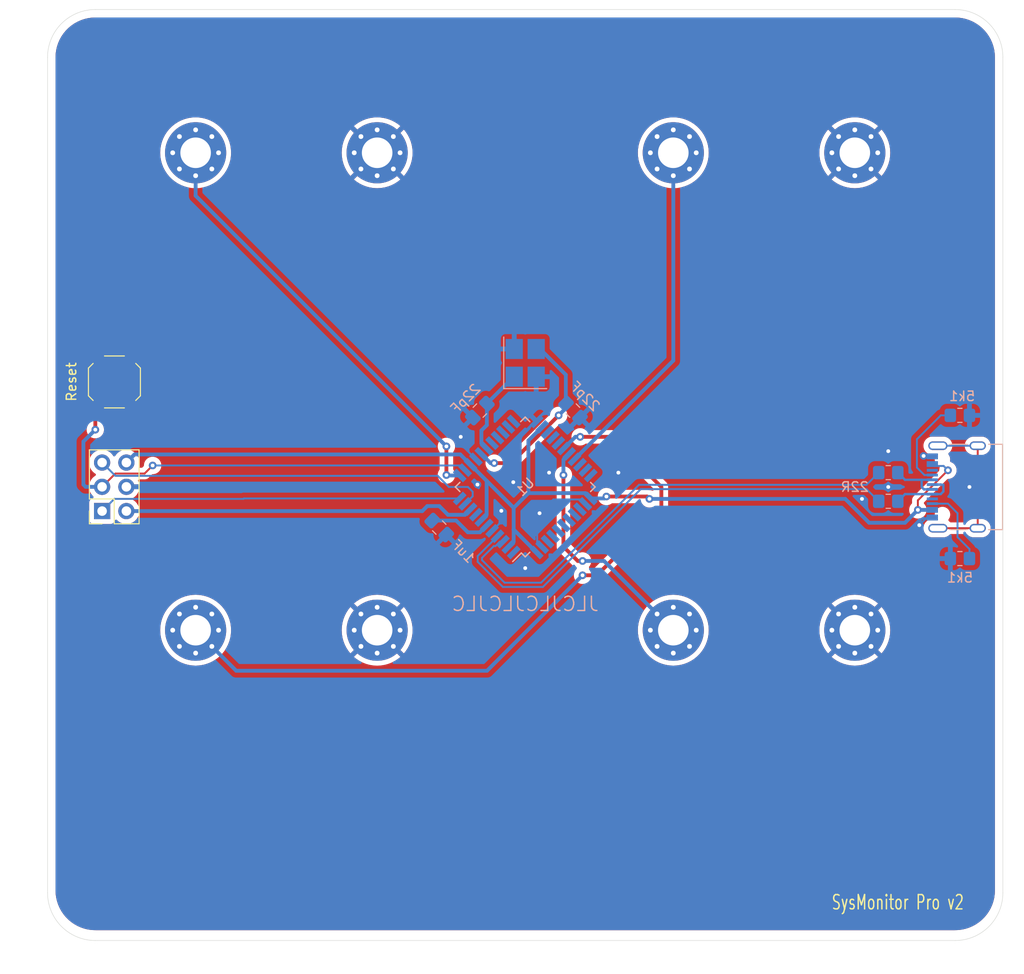
<source format=kicad_pcb>
(kicad_pcb (version 20211014) (generator pcbnew)
  (layers (0 "F.Cu" signal) (31 "B.Cu" signal) (34 "B.Paste" user) (35 "F.Paste" user) (36 "B.SilkS" user "B.Silkscreen") (37 "F.SilkS" user "F.Silkscreen") (38 "B.Mask" user) (39 "F.Mask" user) (44 "Edge.Cuts" user))
  (net 0 "")
  (net 1 "GNDREF")
  (net 4 "Net-(P1-PadB5)")
  (net 5 "Net-(P1-PadA5)")
  (net 6 "Net-(P1-PadA7)")
  (net 7 "Net-(P1-PadA6)")
  (net 8 "unconnected-(P1-PadS1)")
  (net 9 "Net-(C1-Pad1)")
  (net 10 "Net-(C2-Pad1)")
  (net 11 "Net-(C3-Pad1)")
  (net 32 "Net-(J9-Pad1)")
  (net 33 "Net-(J1-Pad1)")
  (net 34 "Net-(J2-Pad1)")
  (net 35 "Net-(J3-Pad1)")
  (net 36 "VTG")
  (net 37 "MOSI")
  (net 38 "RST")
  (net 39 "SCK")
  (net 40 "MISO")
  (net 41 "/D-")
  (net 42 "/D+")
  (footprint "Button_Switch_SMD:SW_SPST_SKQG_WithStem" (layer "F.Cu") (at 67 99 -90)
    (fp_text reference "SW1")
    (fp_text value "SW_Push")
    (fp_line (start 2.72 1.04) (end 2.72 -1.04) (layer "F.SilkS") (width 0.12))
    (fp_line (start -1.45 2.72) (end -1.94 2.23) (layer "F.SilkS") (width 0.12))
    (fp_line (start 1.45 2.72) (end 1.94 2.23) (layer "F.SilkS") (width 0.12))
    (fp_line (start 1.45 -2.72) (end 1.94 -2.23) (layer "F.SilkS") (width 0.12))
    (fp_line (start -1.45 -2.72) (end 1.45 -2.72) (layer "F.SilkS") (width 0.12))
    (fp_line (start -2.72 1.04) (end -2.72 -1.04) (layer "F.SilkS") (width 0.12))
    (fp_line (start -1.45 -2.72) (end -1.94 -2.23) (layer "F.SilkS") (width 0.12))
    (fp_line (start -1.45 2.72) (end 1.45 2.72) (layer "F.SilkS") (width 0.12))
    (pad "1" smd rect locked (at 3.1 -1.85 270) (size 1.8 1.1) (layers "F.Cu" "F.Paste" "F.Mask") (net 1 "GNDREF"))
    (pad "1" smd rect locked (at -3.1 -1.85 270) (size 1.8 1.1) (layers "F.Cu" "F.Paste" "F.Mask") (net 1 "GNDREF"))
    (pad "2" smd rect locked (at -3.1 1.85 270) (size 1.8 1.1) (layers "F.Cu" "F.Paste" "F.Mask") (net 38 "RST"))
    (pad "2" smd rect locked (at 3.1 1.85 270) (size 1.8 1.1) (layers "F.Cu" "F.Paste" "F.Mask") (net 38 "RST"))
  )
  (footprint "Connector_PinSocket_2.54mm:PinSocket_2x03_P2.54mm_Vertical" (layer "F.Cu") (at 65.71 112.525 180)
    (fp_text reference "J4")
    (fp_text value "Conn_02x03_Counter_Clockwise")
    (fp_line (start -3.87 6.41) (end 1.33 6.41) (layer "F.SilkS") (width 0.12))
    (fp_line (start 0 -1.33) (end 1.33 -1.33) (layer "F.SilkS") (width 0.12))
    (fp_line (start -3.87 -1.33) (end -1.27 -1.33) (layer "F.SilkS") (width 0.12))
    (fp_line (start 1.33 1.27) (end 1.33 6.41) (layer "F.SilkS") (width 0.12))
    (fp_line (start 1.33 -1.33) (end 1.33 0) (layer "F.SilkS") (width 0.12))
    (fp_line (start -3.87 -1.33) (end -3.87 6.41) (layer "F.SilkS") (width 0.12))
    (fp_line (start -1.27 -1.33) (end -1.27 1.27) (layer "F.SilkS") (width 0.12))
    (fp_line (start -1.27 1.27) (end 1.33 1.27) (layer "F.SilkS") (width 0.12))
    (pad "1" thru_hole rect locked (at 0 0 180) (size 1.7 1.7) (drill 1) (layers *.Cu *.Mask) (net 40 "MISO"))
    (pad "2" thru_hole oval locked (at -2.54 0 180) (size 1.7 1.7) (drill 1) (layers *.Cu *.Mask) (net 39 "SCK"))
    (pad "3" thru_hole oval locked (at 0 2.54 180) (size 1.7 1.7) (drill 1) (layers *.Cu *.Mask) (net 38 "RST"))
    (pad "4" thru_hole oval locked (at -2.54 2.54 180) (size 1.7 1.7) (drill 1) (layers *.Cu *.Mask) (net 1 "GNDREF"))
    (pad "5" thru_hole oval locked (at 0 5.08 180) (size 1.7 1.7) (drill 1) (layers *.Cu *.Mask) (net 37 "MOSI"))
    (pad "6" thru_hole oval locked (at -2.54 5.08 180) (size 1.7 1.7) (drill 1) (layers *.Cu *.Mask) (net 36 "VTG"))
  )
  (footprint "MountingHole:MountingHole_3.2mm_M3_Pad_Via" (layer "F.Cu") (at 94.5 125)
    (fp_text reference "J8")
    (fp_text value "V3-")
    (pad "1" thru_hole circle (at 0 0) (size 6.4 6.4) (drill 3.2) (layers *.Cu *.Mask) (net 1 "GNDREF"))
    (pad "1" thru_hole circle (at 0 -2.4) (size 0.8 0.8) (drill 0.5) (layers *.Cu *.Mask) (net 1 "GNDREF"))
    (pad "1" thru_hole circle (at 2.4 0) (size 0.8 0.8) (drill 0.5) (layers *.Cu *.Mask) (net 1 "GNDREF"))
    (pad "1" thru_hole circle (at 1.697056 -1.697056) (size 0.8 0.8) (drill 0.5) (layers *.Cu *.Mask) (net 1 "GNDREF"))
    (pad "1" thru_hole circle (at -1.697056 -1.697056) (size 0.8 0.8) (drill 0.5) (layers *.Cu *.Mask) (net 1 "GNDREF"))
    (pad "1" thru_hole circle (at 0 2.4) (size 0.8 0.8) (drill 0.5) (layers *.Cu *.Mask) (net 1 "GNDREF"))
    (pad "1" thru_hole circle (at 1.697056 1.697056) (size 0.8 0.8) (drill 0.5) (layers *.Cu *.Mask) (net 1 "GNDREF"))
    (pad "1" thru_hole circle (at -2.4 0) (size 0.8 0.8) (drill 0.5) (layers *.Cu *.Mask) (net 1 "GNDREF"))
    (pad "1" thru_hole circle (at -1.697056 1.697056) (size 0.8 0.8) (drill 0.5) (layers *.Cu *.Mask) (net 1 "GNDREF"))
  )
  (footprint "MountingHole:MountingHole_3.2mm_M3_Pad_Via" (layer "F.Cu") (at 75.5 125)
    (fp_text reference "J9")
    (fp_text value "V3+")
    (pad "1" thru_hole circle (at 0 -2.4) (size 0.8 0.8) (drill 0.5) (layers *.Cu *.Mask) (net 32 "Net-(J9-Pad1)"))
    (pad "1" thru_hole circle (at 1.697056 1.697056) (size 0.8 0.8) (drill 0.5) (layers *.Cu *.Mask) (net 32 "Net-(J9-Pad1)"))
    (pad "1" thru_hole circle (at 1.697056 -1.697056) (size 0.8 0.8) (drill 0.5) (layers *.Cu *.Mask) (net 32 "Net-(J9-Pad1)"))
    (pad "1" thru_hole circle (at 0 2.4) (size 0.8 0.8) (drill 0.5) (layers *.Cu *.Mask) (net 32 "Net-(J9-Pad1)"))
    (pad "1" thru_hole circle (at 0 0) (size 6.4 6.4) (drill 3.2) (layers *.Cu *.Mask) (net 32 "Net-(J9-Pad1)"))
    (pad "1" thru_hole circle (at 2.4 0) (size 0.8 0.8) (drill 0.5) (layers *.Cu *.Mask) (net 32 "Net-(J9-Pad1)"))
    (pad "1" thru_hole circle (at -2.4 0) (size 0.8 0.8) (drill 0.5) (layers *.Cu *.Mask) (net 32 "Net-(J9-Pad1)"))
    (pad "1" thru_hole circle (at -1.697056 -1.697056) (size 0.8 0.8) (drill 0.5) (layers *.Cu *.Mask) (net 32 "Net-(J9-Pad1)"))
    (pad "1" thru_hole circle (at -1.697056 1.697056) (size 0.8 0.8) (drill 0.5) (layers *.Cu *.Mask) (net 32 "Net-(J9-Pad1)"))
  )
  (footprint "Package_QFP:TQFP-44_10x10mm_P0.8mm" (layer "B.Cu") (at 110 110 45)
    (fp_text reference "U1" (at 0 0 45) (layer "B.SilkS") (effects (justify mirror)))
    (fp_text value "ATmega32U4-AU")
    (fp_line (start -5.175 -5.175) (end -5.175 -4.5) (layer "B.SilkS") (width 0.15))
    (fp_line (start -5.175 5.175) (end -4.5 5.175) (layer "B.SilkS") (width 0.15))
    (fp_line (start -5.175 5.175) (end -5.175 4.6) (layer "B.SilkS") (width 0.15))
    (fp_line (start 5.175 5.175) (end 4.5 5.175) (layer "B.SilkS") (width 0.15))
    (fp_line (start 5.175 -5.175) (end 5.175 -4.5) (layer "B.SilkS") (width 0.15))
    (fp_line (start -5.175 -5.175) (end -4.5 -5.175) (layer "B.SilkS") (width 0.15))
    (fp_line (start 5.175 -5.175) (end 4.5 -5.175) (layer "B.SilkS") (width 0.15))
    (fp_line (start -5.175 4.6) (end -6.45 4.6) (layer "B.SilkS") (width 0.15))
    (fp_line (start 5.175 5.175) (end 5.175 4.5) (layer "B.SilkS") (width 0.15))
    (pad "1" smd rect locked (at -5.7 4 45) (size 1.5 0.55) (layers "B.Cu" "B.Paste" "B.Mask"))
    (pad "2" smd rect locked (at -5.7 3.2 45) (size 1.5 0.55) (layers "B.Cu" "B.Paste" "B.Mask") (net 36 "VTG"))
    (pad "3" smd rect locked (at -5.7 2.4 45) (size 1.5 0.55) (layers "B.Cu" "B.Paste" "B.Mask") (net 41 "/D-"))
    (pad "4" smd rect locked (at -5.7 1.6 45) (size 1.5 0.55) (layers "B.Cu" "B.Paste" "B.Mask") (net 42 "/D+"))
    (pad "5" smd rect locked (at -5.7 0.8 45) (size 1.5 0.55) (layers "B.Cu" "B.Paste" "B.Mask") (net 1 "GNDREF"))
    (pad "6" smd rect locked (at -5.7 0 45) (size 1.5 0.55) (layers "B.Cu" "B.Paste" "B.Mask") (net 11 "Net-(C3-Pad1)"))
    (pad "7" smd rect locked (at -5.7 -0.8 45) (size 1.5 0.55) (layers "B.Cu" "B.Paste" "B.Mask") (net 36 "VTG"))
    (pad "8" smd rect locked (at -5.7 -1.6 45) (size 1.5 0.55) (layers "B.Cu" "B.Paste" "B.Mask"))
    (pad "9" smd rect locked (at -5.7 -2.4 45) (size 1.5 0.55) (layers "B.Cu" "B.Paste" "B.Mask") (net 39 "SCK"))
    (pad "10" smd rect locked (at -5.7 -3.2 45) (size 1.5 0.55) (layers "B.Cu" "B.Paste" "B.Mask") (net 37 "MOSI"))
    (pad "11" smd rect locked (at -5.7 -4 45) (size 1.5 0.55) (layers "B.Cu" "B.Paste" "B.Mask") (net 40 "MISO"))
    (pad "12" smd rect locked (at -4 -5.7 315) (size 1.5 0.55) (layers "B.Cu" "B.Paste" "B.Mask") (net 35 "Net-(J3-Pad1)"))
    (pad "13" smd rect locked (at -3.2 -5.7 315) (size 1.5 0.55) (layers "B.Cu" "B.Paste" "B.Mask") (net 38 "RST"))
    (pad "14" smd rect locked (at -2.4 -5.7 315) (size 1.5 0.55) (layers "B.Cu" "B.Paste" "B.Mask") (net 36 "VTG"))
    (pad "15" smd rect locked (at -1.6 -5.7 315) (size 1.5 0.55) (layers "B.Cu" "B.Paste" "B.Mask") (net 1 "GNDREF"))
    (pad "16" smd rect locked (at -0.8 -5.7 315) (size 1.5 0.55) (layers "B.Cu" "B.Paste" "B.Mask") (net 10 "Net-(C2-Pad1)"))
    (pad "17" smd rect locked (at 0 -5.7 315) (size 1.5 0.55) (layers "B.Cu" "B.Paste" "B.Mask") (net 9 "Net-(C1-Pad1)"))
    (pad "18" smd rect locked (at 0.8 -5.7 315) (size 1.5 0.55) (layers "B.Cu" "B.Paste" "B.Mask"))
    (pad "19" smd rect locked (at 1.6 -5.7 315) (size 1.5 0.55) (layers "B.Cu" "B.Paste" "B.Mask"))
    (pad "20" smd rect locked (at 2.4 -5.7 315) (size 1.5 0.55) (layers "B.Cu" "B.Paste" "B.Mask"))
    (pad "21" smd rect locked (at 3.2 -5.7 315) (size 1.5 0.55) (layers "B.Cu" "B.Paste" "B.Mask"))
    (pad "22" smd rect locked (at 4 -5.7 315) (size 1.5 0.55) (layers "B.Cu" "B.Paste" "B.Mask"))
    (pad "23" smd rect locked (at 5.7 -4 45) (size 1.5 0.55) (layers "B.Cu" "B.Paste" "B.Mask") (net 1 "GNDREF"))
    (pad "24" smd rect locked (at 5.7 -3.2 45) (size 1.5 0.55) (layers "B.Cu" "B.Paste" "B.Mask") (net 36 "VTG"))
    (pad "25" smd rect locked (at 5.7 -2.4 45) (size 1.5 0.55) (layers "B.Cu" "B.Paste" "B.Mask"))
    (pad "26" smd rect locked (at 5.7 -1.6 45) (size 1.5 0.55) (layers "B.Cu" "B.Paste" "B.Mask"))
    (pad "27" smd rect locked (at 5.7 -0.8 45) (size 1.5 0.55) (layers "B.Cu" "B.Paste" "B.Mask"))
    (pad "28" smd rect locked (at 5.7 0 45) (size 1.5 0.55) (layers "B.Cu" "B.Paste" "B.Mask") (net 32 "Net-(J9-Pad1)"))
    (pad "29" smd rect locked (at 5.7 0.8 45) (size 1.5 0.55) (layers "B.Cu" "B.Paste" "B.Mask") (net 33 "Net-(J1-Pad1)"))
    (pad "30" smd rect locked (at 5.7 1.6 45) (size 1.5 0.55) (layers "B.Cu" "B.Paste" "B.Mask") (net 34 "Net-(J2-Pad1)"))
    (pad "31" smd rect locked (at 5.7 2.4 45) (size 1.5 0.55) (layers "B.Cu" "B.Paste" "B.Mask"))
    (pad "32" smd rect locked (at 5.7 3.2 45) (size 1.5 0.55) (layers "B.Cu" "B.Paste" "B.Mask"))
    (pad "33" smd rect locked (at 5.7 4 45) (size 1.5 0.55) (layers "B.Cu" "B.Paste" "B.Mask"))
    (pad "34" smd rect locked (at 4 5.7 315) (size 1.5 0.55) (layers "B.Cu" "B.Paste" "B.Mask") (net 36 "VTG"))
    (pad "35" smd rect locked (at 3.2 5.7 315) (size 1.5 0.55) (layers "B.Cu" "B.Paste" "B.Mask") (net 1 "GNDREF"))
    (pad "36" smd rect locked (at 2.4 5.7 315) (size 1.5 0.55) (layers "B.Cu" "B.Paste" "B.Mask"))
    (pad "37" smd rect locked (at 1.6 5.7 315) (size 1.5 0.55) (layers "B.Cu" "B.Paste" "B.Mask"))
    (pad "38" smd rect locked (at 0.8 5.7 315) (size 1.5 0.55) (layers "B.Cu" "B.Paste" "B.Mask"))
    (pad "39" smd rect locked (at 0 5.7 315) (size 1.5 0.55) (layers "B.Cu" "B.Paste" "B.Mask"))
    (pad "40" smd rect locked (at -0.8 5.7 315) (size 1.5 0.55) (layers "B.Cu" "B.Paste" "B.Mask"))
    (pad "41" smd rect locked (at -1.6 5.7 315) (size 1.5 0.55) (layers "B.Cu" "B.Paste" "B.Mask"))
    (pad "42" smd rect locked (at -2.4 5.7 315) (size 1.5 0.55) (layers "B.Cu" "B.Paste" "B.Mask"))
    (pad "43" smd rect locked (at -3.2 5.7 315) (size 1.5 0.55) (layers "B.Cu" "B.Paste" "B.Mask") (net 1 "GNDREF"))
    (pad "44" smd rect locked (at -4 5.7 315) (size 1.5 0.55) (layers "B.Cu" "B.Paste" "B.Mask") (net 36 "VTG"))
  )
  (footprint "Connector_USB:USB_C_Receptacle_Palconn_UTC16-G" (layer "B.Cu") (at 155.125 110 -90)
    (fp_text reference "P1")
    (fp_text value "USB_C_Plug_USB2.0")
    (fp_line (start -4.47 0.67) (end -4.47 -1.13) (layer "B.SilkS") (width 0.12))
    (fp_line (start 4.47 -4.84) (end 4.47 -3.38) (layer "B.SilkS") (width 0.12))
    (fp_line (start 4.47 -4.84) (end -4.47 -4.84) (layer "B.SilkS") (width 0.12))
    (fp_line (start 4.47 0.67) (end 4.47 -1.13) (layer "B.SilkS") (width 0.12))
    (fp_line (start -4.47 -4.84) (end -4.47 -3.38) (layer "B.SilkS") (width 0.12))
    (pad "" np_thru_hole circle locked (at 2.89 1.45 90) (size 0.6 0.6) (drill 0.6) (layers *.Cu *.Mask))
    (pad "" np_thru_hole circle locked (at -2.89 1.45 90) (size 0.6 0.6) (drill 0.6) (layers *.Cu *.Mask))
    (pad "A1" smd rect locked (at -3.2 2.51 270) (size 0.6 1.16) (layers "B.Cu" "B.Paste" "B.Mask") (net 1 "GNDREF"))
    (pad "A4" smd rect locked (at -2.4 2.51 270) (size 0.6 1.16) (layers "B.Cu" "B.Paste" "B.Mask") (net 36 "VTG"))
    (pad "A5" smd rect locked (at -1.25 2.51 90) (size 0.3 1.16) (layers "B.Cu" "B.Paste" "B.Mask") (net 5 "Net-(P1-PadA5)"))
    (pad "A6" smd rect locked (at -0.25 2.51 90) (size 0.3 1.16) (layers "B.Cu" "B.Paste" "B.Mask") (net 7 "Net-(P1-PadA6)"))
    (pad "A7" smd rect locked (at 0.25 2.51 90) (size 0.3 1.16) (layers "B.Cu" "B.Paste" "B.Mask") (net 6 "Net-(P1-PadA7)"))
    (pad "A8" smd rect locked (at 1.25 2.51 90) (size 0.3 1.16) (layers "B.Cu" "B.Paste" "B.Mask"))
    (pad "A9" smd rect locked (at 2.4 2.51 270) (size 0.6 1.16) (layers "B.Cu" "B.Paste" "B.Mask") (net 36 "VTG"))
    (pad "A12" smd rect locked (at 3.2 2.51 270) (size 0.6 1.16) (layers "B.Cu" "B.Paste" "B.Mask") (net 1 "GNDREF"))
    (pad "B1" smd rect locked (at 3.2 2.51 270) (size 0.6 1.16) (layers "B.Cu" "B.Paste" "B.Mask") (net 1 "GNDREF"))
    (pad "B4" smd rect locked (at 2.4 2.51 270) (size 0.6 1.16) (layers "B.Cu" "B.Paste" "B.Mask") (net 36 "VTG"))
    (pad "B5" smd rect locked (at 1.75 2.51 90) (size 0.3 1.16) (layers "B.Cu" "B.Paste" "B.Mask") (net 4 "Net-(P1-PadB5)"))
    (pad "B6" smd rect locked (at 0.75 2.51 90) (size 0.3 1.16) (layers "B.Cu" "B.Paste" "B.Mask") (net 7 "Net-(P1-PadA6)"))
    (pad "B7" smd rect locked (at -0.75 2.51 90) (size 0.3 1.16) (layers "B.Cu" "B.Paste" "B.Mask") (net 6 "Net-(P1-PadA7)"))
    (pad "B8" smd rect locked (at -1.75 2.51 90) (size 0.3 1.16) (layers "B.Cu" "B.Paste" "B.Mask"))
    (pad "B9" smd rect locked (at -2.4 2.51 270) (size 0.6 1.16) (layers "B.Cu" "B.Paste" "B.Mask") (net 36 "VTG"))
    (pad "B12" smd rect locked (at -3.2 2.51 270) (size 0.6 1.16) (layers "B.Cu" "B.Paste" "B.Mask") (net 1 "GNDREF"))
    (pad "S1" thru_hole oval locked (at 4.32 1.93 180) (size 2 0.9) (drill oval 1.7 0.6) (layers *.Cu *.Mask) (net 8 "unconnected-(P1-PadS1)"))
    (pad "S1" thru_hole oval locked (at -4.32 1.93 180) (size 2 0.9) (drill oval 1.7 0.6) (layers *.Cu *.Mask) (net 8 "unconnected-(P1-PadS1)"))
    (pad "S1" thru_hole oval locked (at 4.32 -2.24 180) (size 1.7 0.9) (drill oval 1.4 0.6) (layers *.Cu *.Mask) (net 8 "unconnected-(P1-PadS1)"))
    (pad "S1" thru_hole oval locked (at -4.32 -2.24 180) (size 1.7 0.9) (drill oval 1.4 0.6) (layers *.Cu *.Mask) (net 8 "unconnected-(P1-PadS1)"))
  )
  (footprint "Capacitor_SMD:C_0805_2012Metric_Pad1.18x1.45mm_HandSolder" (layer "B.Cu") (at 105.25 102 -135)
    (fp_text reference "C1")
    (fp_text value "22p")
    (fp_line (start -0.261252 -0.735) (end 0.261252 -0.735) (layer "B.SilkS") (width 0.12))
    (fp_line (start -0.261252 0.735) (end 0.261252 0.735) (layer "B.SilkS") (width 0.12))
    (pad "1" smd roundrect locked (at -1.0375 0 225) (size 1.175 1.45) (layers "B.Cu" "B.Paste" "B.Mask") (roundrect_rratio 0.2127659574) (net 9 "Net-(C1-Pad1)"))
    (pad "2" smd roundrect locked (at 1.0375 0 225) (size 1.175 1.45) (layers "B.Cu" "B.Paste" "B.Mask") (roundrect_rratio 0.2127659574) (net 1 "GNDREF"))
  )
  (footprint "Capacitor_SMD:C_0805_2012Metric_Pad1.18x1.45mm_HandSolder" (layer "B.Cu") (at 115 102 -45)
    (fp_text reference "C2")
    (fp_text value "22p")
    (fp_line (start -0.261252 -0.735) (end 0.261252 -0.735) (layer "B.SilkS") (width 0.12))
    (fp_line (start -0.261252 0.735) (end 0.261252 0.735) (layer "B.SilkS") (width 0.12))
    (pad "1" smd roundrect locked (at -1.0375 0 315) (size 1.175 1.45) (layers "B.Cu" "B.Paste" "B.Mask") (roundrect_rratio 0.2127659574) (net 10 "Net-(C2-Pad1)"))
    (pad "2" smd roundrect locked (at 1.0375 0 315) (size 1.175 1.45) (layers "B.Cu" "B.Paste" "B.Mask") (roundrect_rratio 0.2127659574) (net 1 "GNDREF"))
  )
  (footprint "Capacitor_SMD:C_0805_2012Metric_Pad1.18x1.45mm_HandSolder" (layer "B.Cu") (at 101 114.25 -45)
    (fp_text reference "C3")
    (fp_text value "1u")
    (fp_line (start -0.261252 -0.735) (end 0.261252 -0.735) (layer "B.SilkS") (width 0.12))
    (fp_line (start -0.261252 0.735) (end 0.261252 0.735) (layer "B.SilkS") (width 0.12))
    (pad "1" smd roundrect locked (at -1.0375 0 315) (size 1.175 1.45) (layers "B.Cu" "B.Paste" "B.Mask") (roundrect_rratio 0.2127659574) (net 11 "Net-(C3-Pad1)"))
    (pad "2" smd roundrect locked (at 1.0375 0 315) (size 1.175 1.45) (layers "B.Cu" "B.Paste" "B.Mask") (roundrect_rratio 0.2127659574) (net 1 "GNDREF"))
  )
  (footprint "MountingHole:MountingHole_3.2mm_M3_Pad_Via" (layer "B.Cu") (at 125.5 125 180)
    (fp_text reference "J1")
    (fp_text value "V0+")
    (pad "1" thru_hole circle (at 1.697056 1.697056 180) (size 0.8 0.8) (drill 0.5) (layers *.Cu *.Mask) (net 33 "Net-(J1-Pad1)"))
    (pad "1" thru_hole circle (at -1.697056 1.697056 180) (size 0.8 0.8) (drill 0.5) (layers *.Cu *.Mask) (net 33 "Net-(J1-Pad1)"))
    (pad "1" thru_hole circle (at 1.697056 -1.697056 180) (size 0.8 0.8) (drill 0.5) (layers *.Cu *.Mask) (net 33 "Net-(J1-Pad1)"))
    (pad "1" thru_hole circle (at -2.4 0 180) (size 0.8 0.8) (drill 0.5) (layers *.Cu *.Mask) (net 33 "Net-(J1-Pad1)"))
    (pad "1" thru_hole circle (at -1.697056 -1.697056 180) (size 0.8 0.8) (drill 0.5) (layers *.Cu *.Mask) (net 33 "Net-(J1-Pad1)"))
    (pad "1" thru_hole circle (at 0 2.4 180) (size 0.8 0.8) (drill 0.5) (layers *.Cu *.Mask) (net 33 "Net-(J1-Pad1)"))
    (pad "1" thru_hole circle (at 2.4 0 180) (size 0.8 0.8) (drill 0.5) (layers *.Cu *.Mask) (net 33 "Net-(J1-Pad1)"))
    (pad "1" thru_hole circle (at 0 0 180) (size 6.4 6.4) (drill 3.2) (layers *.Cu *.Mask) (net 33 "Net-(J1-Pad1)"))
    (pad "1" thru_hole circle (at 0 -2.4 180) (size 0.8 0.8) (drill 0.5) (layers *.Cu *.Mask) (net 33 "Net-(J1-Pad1)"))
  )
  (footprint "MountingHole:MountingHole_3.2mm_M3_Pad_Via" (layer "B.Cu") (at 125.5 75 180)
    (fp_text reference "J2")
    (fp_text value "V1+")
    (pad "1" thru_hole circle (at -1.697056 -1.697056 180) (size 0.8 0.8) (drill 0.5) (layers *.Cu *.Mask) (net 34 "Net-(J2-Pad1)"))
    (pad "1" thru_hole circle (at -1.697056 1.697056 180) (size 0.8 0.8) (drill 0.5) (layers *.Cu *.Mask) (net 34 "Net-(J2-Pad1)"))
    (pad "1" thru_hole circle (at -2.4 0 180) (size 0.8 0.8) (drill 0.5) (layers *.Cu *.Mask) (net 34 "Net-(J2-Pad1)"))
    (pad "1" thru_hole circle (at 0 2.4 180) (size 0.8 0.8) (drill 0.5) (layers *.Cu *.Mask) (net 34 "Net-(J2-Pad1)"))
    (pad "1" thru_hole circle (at 0 -2.4 180) (size 0.8 0.8) (drill 0.5) (layers *.Cu *.Mask) (net 34 "Net-(J2-Pad1)"))
    (pad "1" thru_hole circle (at 1.697056 1.697056 180) (size 0.8 0.8) (drill 0.5) (layers *.Cu *.Mask) (net 34 "Net-(J2-Pad1)"))
    (pad "1" thru_hole circle (at 2.4 0 180) (size 0.8 0.8) (drill 0.5) (layers *.Cu *.Mask) (net 34 "Net-(J2-Pad1)"))
    (pad "1" thru_hole circle (at 1.697056 -1.697056 180) (size 0.8 0.8) (drill 0.5) (layers *.Cu *.Mask) (net 34 "Net-(J2-Pad1)"))
    (pad "1" thru_hole circle (at 0 0 180) (size 6.4 6.4) (drill 3.2) (layers *.Cu *.Mask) (net 34 "Net-(J2-Pad1)"))
  )
  (footprint "MountingHole:MountingHole_3.2mm_M3_Pad_Via" (layer "B.Cu") (at 75.5 75 180)
    (fp_text reference "J3")
    (fp_text value "V2+")
    (pad "1" thru_hole circle (at 0 2.4 180) (size 0.8 0.8) (drill 0.5) (layers *.Cu *.Mask) (net 35 "Net-(J3-Pad1)"))
    (pad "1" thru_hole circle (at -1.697056 -1.697056 180) (size 0.8 0.8) (drill 0.5) (layers *.Cu *.Mask) (net 35 "Net-(J3-Pad1)"))
    (pad "1" thru_hole circle (at 0 0 180) (size 6.4 6.4) (drill 3.2) (layers *.Cu *.Mask) (net 35 "Net-(J3-Pad1)"))
    (pad "1" thru_hole circle (at -1.697056 1.697056 180) (size 0.8 0.8) (drill 0.5) (layers *.Cu *.Mask) (net 35 "Net-(J3-Pad1)"))
    (pad "1" thru_hole circle (at -2.4 0 180) (size 0.8 0.8) (drill 0.5) (layers *.Cu *.Mask) (net 35 "Net-(J3-Pad1)"))
    (pad "1" thru_hole circle (at 0 -2.4 180) (size 0.8 0.8) (drill 0.5) (layers *.Cu *.Mask) (net 35 "Net-(J3-Pad1)"))
    (pad "1" thru_hole circle (at 1.697056 -1.697056 180) (size 0.8 0.8) (drill 0.5) (layers *.Cu *.Mask) (net 35 "Net-(J3-Pad1)"))
    (pad "1" thru_hole circle (at 1.697056 1.697056 180) (size 0.8 0.8) (drill 0.5) (layers *.Cu *.Mask) (net 35 "Net-(J3-Pad1)"))
    (pad "1" thru_hole circle (at 2.4 0 180) (size 0.8 0.8) (drill 0.5) (layers *.Cu *.Mask) (net 35 "Net-(J3-Pad1)"))
  )
  (footprint "MountingHole:MountingHole_3.2mm_M3_Pad_Via" (layer "B.Cu") (at 144.5 125 180)
    (fp_text reference "J5")
    (fp_text value "V0-")
    (pad "1" thru_hole circle (at -1.697056 1.697056 180) (size 0.8 0.8) (drill 0.5) (layers *.Cu *.Mask) (net 1 "GNDREF"))
    (pad "1" thru_hole circle (at 2.4 0 180) (size 0.8 0.8) (drill 0.5) (layers *.Cu *.Mask) (net 1 "GNDREF"))
    (pad "1" thru_hole circle (at 0 -2.4 180) (size 0.8 0.8) (drill 0.5) (layers *.Cu *.Mask) (net 1 "GNDREF"))
    (pad "1" thru_hole circle (at 1.697056 -1.697056 180) (size 0.8 0.8) (drill 0.5) (layers *.Cu *.Mask) (net 1 "GNDREF"))
    (pad "1" thru_hole circle (at -2.4 0 180) (size 0.8 0.8) (drill 0.5) (layers *.Cu *.Mask) (net 1 "GNDREF"))
    (pad "1" thru_hole circle (at 1.697056 1.697056 180) (size 0.8 0.8) (drill 0.5) (layers *.Cu *.Mask) (net 1 "GNDREF"))
    (pad "1" thru_hole circle (at 0 2.4 180) (size 0.8 0.8) (drill 0.5) (layers *.Cu *.Mask) (net 1 "GNDREF"))
    (pad "1" thru_hole circle (at 0 0 180) (size 6.4 6.4) (drill 3.2) (layers *.Cu *.Mask) (net 1 "GNDREF"))
    (pad "1" thru_hole circle (at -1.697056 -1.697056 180) (size 0.8 0.8) (drill 0.5) (layers *.Cu *.Mask) (net 1 "GNDREF"))
  )
  (footprint "MountingHole:MountingHole_3.2mm_M3_Pad_Via" (layer "B.Cu") (at 144.5 75 180)
    (fp_text reference "J6")
    (fp_text value "V1-")
    (pad "1" thru_hole circle (at 0 0 180) (size 6.4 6.4) (drill 3.2) (layers *.Cu *.Mask) (net 1 "GNDREF"))
    (pad "1" thru_hole circle (at -2.4 0 180) (size 0.8 0.8) (drill 0.5) (layers *.Cu *.Mask) (net 1 "GNDREF"))
    (pad "1" thru_hole circle (at 0 2.4 180) (size 0.8 0.8) (drill 0.5) (layers *.Cu *.Mask) (net 1 "GNDREF"))
    (pad "1" thru_hole circle (at -1.697056 -1.697056 180) (size 0.8 0.8) (drill 0.5) (layers *.Cu *.Mask) (net 1 "GNDREF"))
    (pad "1" thru_hole circle (at 0 -2.4 180) (size 0.8 0.8) (drill 0.5) (layers *.Cu *.Mask) (net 1 "GNDREF"))
    (pad "1" thru_hole circle (at 1.697056 -1.697056 180) (size 0.8 0.8) (drill 0.5) (layers *.Cu *.Mask) (net 1 "GNDREF"))
    (pad "1" thru_hole circle (at 1.697056 1.697056 180) (size 0.8 0.8) (drill 0.5) (layers *.Cu *.Mask) (net 1 "GNDREF"))
    (pad "1" thru_hole circle (at -1.697056 1.697056 180) (size 0.8 0.8) (drill 0.5) (layers *.Cu *.Mask) (net 1 "GNDREF"))
    (pad "1" thru_hole circle (at 2.4 0 180) (size 0.8 0.8) (drill 0.5) (layers *.Cu *.Mask) (net 1 "GNDREF"))
  )
  (footprint "MountingHole:MountingHole_3.2mm_M3_Pad_Via" (layer "B.Cu") (at 94.5 75 180)
    (fp_text reference "J7")
    (fp_text value "V2-")
    (pad "1" thru_hole circle (at 0 0 180) (size 6.4 6.4) (drill 3.2) (layers *.Cu *.Mask) (net 1 "GNDREF"))
    (pad "1" thru_hole circle (at -1.697056 1.697056 180) (size 0.8 0.8) (drill 0.5) (layers *.Cu *.Mask) (net 1 "GNDREF"))
    (pad "1" thru_hole circle (at -1.697056 -1.697056 180) (size 0.8 0.8) (drill 0.5) (layers *.Cu *.Mask) (net 1 "GNDREF"))
    (pad "1" thru_hole circle (at 0 2.4 180) (size 0.8 0.8) (drill 0.5) (layers *.Cu *.Mask) (net 1 "GNDREF"))
    (pad "1" thru_hole circle (at -2.4 0 180) (size 0.8 0.8) (drill 0.5) (layers *.Cu *.Mask) (net 1 "GNDREF"))
    (pad "1" thru_hole circle (at 0 -2.4 180) (size 0.8 0.8) (drill 0.5) (layers *.Cu *.Mask) (net 1 "GNDREF"))
    (pad "1" thru_hole circle (at 1.697056 -1.697056 180) (size 0.8 0.8) (drill 0.5) (layers *.Cu *.Mask) (net 1 "GNDREF"))
    (pad "1" thru_hole circle (at 1.697056 1.697056 180) (size 0.8 0.8) (drill 0.5) (layers *.Cu *.Mask) (net 1 "GNDREF"))
    (pad "1" thru_hole circle (at 2.4 0 180) (size 0.8 0.8) (drill 0.5) (layers *.Cu *.Mask) (net 1 "GNDREF"))
  )
  (footprint "Resistor_SMD:R_0805_2012Metric_Pad1.20x1.40mm_HandSolder" (layer "B.Cu") (at 148 108.5 180)
    (fp_text reference "R1")
    (fp_text value "22")
    (fp_line (start -0.227064 -0.735) (end 0.227064 -0.735) (layer "B.SilkS") (width 0.12))
    (fp_line (start -0.227064 0.735) (end 0.227064 0.735) (layer "B.SilkS") (width 0.12))
    (pad "1" smd roundrect locked (at -1 0 180) (size 1.2 1.4) (layers "B.Cu" "B.Paste" "B.Mask") (roundrect_rratio 0.2083325) (net 6 "Net-(P1-PadA7)"))
    (pad "2" smd roundrect locked (at 1 0 180) (size 1.2 1.4) (layers "B.Cu" "B.Paste" "B.Mask") (roundrect_rratio 0.2083325) (net 41 "/D-"))
  )
  (footprint "Resistor_SMD:R_0805_2012Metric_Pad1.20x1.40mm_HandSolder" (layer "B.Cu") (at 148 111.5 180)
    (fp_text reference "R2")
    (fp_text value "22")
    (fp_line (start -0.227064 0.735) (end 0.227064 0.735) (layer "B.SilkS") (width 0.12))
    (fp_line (start -0.227064 -0.735) (end 0.227064 -0.735) (layer "B.SilkS") (width 0.12))
    (pad "1" smd roundrect locked (at -1 0 180) (size 1.2 1.4) (layers "B.Cu" "B.Paste" "B.Mask") (roundrect_rratio 0.2083325) (net 7 "Net-(P1-PadA6)"))
    (pad "2" smd roundrect locked (at 1 0 180) (size 1.2 1.4) (layers "B.Cu" "B.Paste" "B.Mask") (roundrect_rratio 0.2083325) (net 42 "/D+"))
  )
  (footprint "Resistor_SMD:R_0805_2012Metric_Pad1.20x1.40mm_HandSolder" (layer "B.Cu") (at 155.5 102.5)
    (fp_text reference "R3")
    (fp_text value "5k1")
    (fp_line (start -0.227064 -0.735) (end 0.227064 -0.735) (layer "B.SilkS") (width 0.12))
    (fp_line (start -0.227064 0.735) (end 0.227064 0.735) (layer "B.SilkS") (width 0.12))
    (pad "1" smd roundrect locked (at -1 0) (size 1.2 1.4) (layers "B.Cu" "B.Paste" "B.Mask") (roundrect_rratio 0.2083325) (net 5 "Net-(P1-PadA5)"))
    (pad "2" smd roundrect locked (at 1 0) (size 1.2 1.4) (layers "B.Cu" "B.Paste" "B.Mask") (roundrect_rratio 0.2083325) (net 1 "GNDREF"))
  )
  (footprint "Resistor_SMD:R_0805_2012Metric_Pad1.20x1.40mm_HandSolder" (layer "B.Cu") (at 155.5 117.5 180)
    (fp_text reference "R4")
    (fp_text value "5k1")
    (fp_line (start -0.227064 0.735) (end 0.227064 0.735) (layer "B.SilkS") (width 0.12))
    (fp_line (start -0.227064 -0.735) (end 0.227064 -0.735) (layer "B.SilkS") (width 0.12))
    (pad "1" smd roundrect locked (at -1 0 180) (size 1.2 1.4) (layers "B.Cu" "B.Paste" "B.Mask") (roundrect_rratio 0.2083325) (net 4 "Net-(P1-PadB5)"))
    (pad "2" smd roundrect locked (at 1 0 180) (size 1.2 1.4) (layers "B.Cu" "B.Paste" "B.Mask") (roundrect_rratio 0.2083325) (net 1 "GNDREF"))
  )
  (footprint "Crystal:Crystal_SMD_3225-4Pin_3.2x2.5mm_HandSoldering" (layer "B.Cu") (at 110 97 90)
    (fp_text reference "Y1")
    (fp_text value "XTAL")
    (fp_line (start -2.7 -2.25) (end 2.7 -2.25) (layer "B.SilkS") (width 0.12))
    (fp_line (start -2.7 2.25) (end -2.7 -2.25) (layer "B.SilkS") (width 0.12))
    (pad "1" smd rect locked (at -1.45 -1.15 90) (size 2.1 1.8) (layers "B.Cu" "B.Paste" "B.Mask") (net 9 "Net-(C1-Pad1)"))
    (pad "2" smd rect locked (at 1.45 -1.15 90) (size 2.1 1.8) (layers "B.Cu" "B.Paste" "B.Mask") (net 1 "GNDREF"))
    (pad "3" smd rect locked (at 1.45 1.15 90) (size 2.1 1.8) (layers "B.Cu" "B.Paste" "B.Mask") (net 10 "Net-(C2-Pad1)"))
    (pad "4" smd rect locked (at -1.45 1.15 90) (size 2.1 1.8) (layers "B.Cu" "B.Paste" "B.Mask") (net 1 "GNDREF"))
  )
  (gr_line (start 155 157.5) (end 65 157.5) (layer "Edge.Cuts") (width 0.05))
  (gr_line (start 60 152.5) (end 60 65) (layer "Edge.Cuts") (width 0.05))
  (gr_line (start 65 60) (end 155 60) (layer "Edge.Cuts") (width 0.05))
  (gr_line (start 160 65) (end 160 152.5) (layer "Edge.Cuts") (width 0.05))
  (gr_arc (start 65 157.5) (mid 61.464466 156.035534) (end 60 152.5) (layer "Edge.Cuts") (width 0.05))
  (gr_arc (start 155 60) (mid 158.535534 61.464466) (end 160 65) (layer "Edge.Cuts") (width 0.05))
  (gr_arc (start 60 65) (mid 61.464466 61.464466) (end 65 60) (layer "Edge.Cuts") (width 0.05))
  (gr_arc (start 160 152.5) (mid 158.535534 156.035534) (end 155 157.5) (layer "Edge.Cuts") (width 0.05))
  (gr_text "JLCJLCJLCJLC" (at 110 122.25) (layer "B.SilkS") (effects (font (size 1.5 1.5)) (justify mirror)))
  (gr_text "22pF" (at 116.25 100.5 315) (layer "B.SilkS") (effects (font (size 1 1)) (justify mirror)))
  (gr_text "22R" (at 144.5 110) (layer "B.SilkS") (effects (font (size 1 1)) (justify mirror)))
  (gr_text "5k1" (at 155.727064 100.5) (layer "B.SilkS") (effects (font (size 1 1)) (justify mirror)))
  (gr_text "1uF" (at 103.5 116.75 315) (layer "B.SilkS") (effects (font (size 1 1)) (justify mirror)))
  (gr_text "5k1" (at 155.5 119.5) (layer "B.SilkS") (effects (font (size 1 1)) (justify mirror)))
  (gr_text "22pF" (at 103.75 100.75 45) (layer "B.SilkS") (effects (font (size 1 1)) (justify mirror)))
  (gr_text "Reset" (at 62.5 99 90) (layer "F.SilkS") (effects (font (size 1 1))))
  (gr_text "SysMonitor Pro v2" (at 149 153.5) (layer "F.SilkS") (effects (font (size 1.5 1))))
  (via (at 151.6995 106.75) (size 0.8) (drill 0.4) (layers "F.Cu" "B.Cu") (net 1))
  (via (at 108.75 109.5) (size 0.8) (drill 0.4) (layers "F.Cu" "B.Cu") (net 1))
  (via (at 105 109.75) (size 0.8) (drill 0.4) (layers "F.Cu" "B.Cu") (net 1))
  (via (at 119.75 108.5) (size 0.8) (drill 0.4) (layers "F.Cu" "B.Cu") (net 1))
  (via (at 148 106.25) (size 0.8) (drill 0.4) (layers "F.Cu" "B.Cu") (net 1))
  (via (at 151.25 114) (size 0.8) (drill 0.4) (layers "F.Cu" "B.Cu") (net 1))
  (via (at 103.25 104.75) (size 0.8) (drill 0.4) (layers "F.Cu" "B.Cu") (net 1))
  (via (at 107.5 112.5) (size 0.8) (drill 0.4) (layers "F.Cu" "B.Cu") (net 1))
  (via (at 148 110) (size 0.8) (drill 0.4) (layers "F.Cu" "B.Cu") (net 1))
  (via (at 145.25 111.25) (size 0.8) (drill 0.4) (layers "F.Cu" "B.Cu") (net 1))
  (via (at 110 118.5) (size 0.8) (drill 0.4) (layers "F.Cu" "B.Cu") (net 1))
  (via (at 156.5 110) (size 0.8) (drill 0.4) (layers "F.Cu" "B.Cu") (net 1))
  (via (at 112.5 108.5) (size 0.8) (drill 0.4) (layers "F.Cu" "B.Cu") (net 1))
  (via (at 111.5 112.75) (size 0.8) (drill 0.4) (layers "F.Cu" "B.Cu") (net 1))
  (segment (start 107.5 113.631371) (end 107.5 112.5) (width 0.2) (layer "B.Cu") (net 1))
  (segment (start 111.25 113) (end 111.5 112.75) (width 0.2) (layer "B.Cu") (net 1))
  (segment (start 151.7495 106.8) (end 151.6995 106.75) (width 0.2) (layer "B.Cu") (net 1))
  (segment (start 112.940852 111.309148) (end 111.5 112.75) (width 0.2) (layer "B.Cu") (net 1))
  (segment (start 104.83812 107.100862) (end 103.25 105.512742) (width 0.2) (layer "B.Cu") (net 1))
  (segment (start 116.29325 111.767767) (end 115.834631 111.309148) (width 0.2) (layer "B.Cu") (net 1))
  (segment (start 152.615 106.8) (end 151.7495 106.8) (width 0.2) (layer "B.Cu") (net 1))
  (segment (start 111.767767 116.29325) (end 111.25 115.775483) (width 0.2) (layer "B.Cu") (net 1))
  (segment (start 152.05 113.2) (end 151.25 114) (width 0.2) (layer "B.Cu") (net 1))
  (segment (start 103.25 105.512742) (end 103.25 104.75) (width 0.2) (layer "B.Cu") (net 1))
  (segment (start 106.535177 114.596194) (end 107.5 113.631371) (width 0.2) (layer "B.Cu") (net 1))
  (segment (start 152.615 113.2) (end 152.05 113.2) (width 0.2) (layer "B.Cu") (net 1))
  (segment (start 111.25 115.775483) (end 111.25 113) (width 0.2) (layer "B.Cu") (net 1))
  (segment (start 115.834631 111.309148) (end 112.940852 111.309148) (width 0.2) (layer "B.Cu") (net 1))
  (segment (start 156.5 117.5) (end 156.5 116.5) (width 0.2) (layer "B.Cu") (net 4))
  (segment (start 155.25 112.75) (end 154.25 111.75) (width 0.2) (layer "B.Cu") (net 4))
  (segment (start 156.5 116.5) (end 155.25 115.25) (width 0.2) (layer "B.Cu") (net 4))
  (segment (start 154.25 111.75) (end 152.615 111.75) (width 0.2) (layer "B.Cu") (net 4))
  (segment (start 155.25 115.25) (end 155.25 112.75) (width 0.2) (layer "B.Cu") (net 4))
  (segment (start 151 107.964022) (end 151.785978 108.75) (width 0.2) (layer "B.Cu") (net 5))
  (segment (start 151 105) (end 151 107.964022) (width 0.2) (layer "B.Cu") (net 5))
  (segment (start 151.785978 108.75) (end 152.615 108.75) (width 0.2) (layer "B.Cu") (net 5))
  (segment (start 153.5 102.5) (end 151 105) (width 0.2) (layer "B.Cu") (net 5))
  (segment (start 154.5 102.5) (end 153.5 102.5) (width 0.2) (layer "B.Cu") (net 5))
  (segment (start 149 108.5) (end 149.75 109.25) (width 0.25) (layer "B.Cu") (net 6))
  (segment (start 149.75 109.25) (end 151.5 109.25) (width 0.25) (layer "B.Cu") (net 6))
  (segment (start 151.5 110.014022) (end 151.5 109.25) (width 0.25) (layer "B.Cu") (net 6))
  (segment (start 152.615 110.25) (end 151.735978 110.25) (width 0.25) (layer "B.Cu") (net 6))
  (segment (start 151.5 109.25) (end 152.615 109.25) (width 0.25) (layer "B.Cu") (net 6))
  (segment (start 151.735978 110.25) (end 151.5 110.014022) (width 0.25) (layer "B.Cu") (net 6))
  (segment (start 153.769511 109.769511) (end 153.769511 110.474511) (width 0.25) (layer "B.Cu") (net 7))
  (segment (start 149.75 110.75) (end 152.615 110.75) (width 0.25) (layer "B.Cu") (net 7))
  (segment (start 153.519511 109.769511) (end 153.769511 109.769511) (width 0.25) (layer "B.Cu") (net 7))
  (segment (start 149 111.5) (end 149.75 110.75) (width 0.25) (layer "B.Cu") (net 7))
  (segment (start 153.5 109.75) (end 153.519511 109.769511) (width 0.25) (layer "B.Cu") (net 7))
  (segment (start 153.494022 110.75) (end 152.615 110.75) (width 0.25) (layer "B.Cu") (net 7))
  (segment (start 152.615 109.75) (end 153.5 109.75) (width 0.25) (layer "B.Cu") (net 7))
  (segment (start 153.769511 110.474511) (end 153.494022 110.75) (width 0.25) (layer "B.Cu") (net 7))
  (segment (start 157.365 114.32) (end 157.365 105.68) (width 0.2) (layer "F.Cu") (net 8))
  (segment (start 153.195 114.32) (end 157.365 114.32) (width 0.2) (layer "F.Cu") (net 8))
  (segment (start 153.195 105.68) (end 157.365 105.68) (width 0.2) (layer "B.Cu") (net 8))
  (segment (start 105.983623 101.266377) (end 108.8 98.45) (width 0.4) (layer "B.Cu") (net 9))
  (segment (start 105.983623 103.516377) (end 105.410873 104.089127) (width 0.4) (layer "B.Cu") (net 9))
  (segment (start 105.410873 105.410873) (end 105.969491 105.969491) (width 0.4) (layer "B.Cu") (net 9))
  (segment (start 105.983623 101.266377) (end 105.983623 103.516377) (width 0.4) (layer "B.Cu") (net 9))
  (segment (start 108.8 98.45) (end 108.85 98.45) (width 0.4) (layer "B.Cu") (net 9))
  (segment (start 105.410873 104.089127) (end 105.410873 105.410873) (width 0.4) (layer "B.Cu") (net 9))
  (segment (start 108.5 107.5) (end 106.75 107.5) (width 0.4) (layer "F.Cu") (net 10))
  (segment (start 113.5 102.5) (end 108.5 107.5) (width 0.4) (layer "F.Cu") (net 10))
  (via (at 106.75 107.5) (size 0.8) (drill 0.4) (layers "F.Cu" "B.Cu") (net 10))
  (via (at 113.5 102.5) (size 0.8) (drill 0.4) (layers "F.Cu" "B.Cu") (net 10))
  (segment (start 114.25 98.25) (end 111.55 95.55) (width 0.4) (layer "B.Cu") (net 10))
  (segment (start 114.25 101.25) (end 114.25 98.25) (width 0.4) (layer "B.Cu") (net 10))
  (segment (start 114.266377 101.266377) (end 114.25 101.25) (width 0.4) (layer "B.Cu") (net 10))
  (segment (start 114.266377 101.733623) (end 113.5 102.5) (width 0.4) (layer "B.Cu") (net 10))
  (segment (start 114.266377 101.266377) (end 114.266377 101.733623) (width 0.4) (layer "B.Cu") (net 10))
  (segment (start 111.55 95.55) (end 111.15 95.55) (width 0.4) (layer "B.Cu") (net 10))
  (segment (start 106.75 107.5) (end 106.368629 107.5) (width 0.4) (layer "B.Cu") (net 10))
  (segment (start 106.368629 107.5) (end 105.403806 106.535177) (width 0.4) (layer "B.Cu") (net 10))
  (segment (start 105.25 114.75) (end 105.969491 114.030509) (width 0.4) (layer "B.Cu") (net 11))
  (segment (start 104 114.75) (end 105.25 114.75) (width 0.4) (layer "B.Cu") (net 11))
  (segment (start 100.266377 113.516377) (end 102.766377 113.516377) (width 0.4) (layer "B.Cu") (net 11))
  (segment (start 102.766377 113.516377) (end 104 114.75) (width 0.4) (layer "B.Cu") (net 11))
  (segment (start 119 104.75) (end 124.25 110) (width 0.4) (layer "F.Cu") (net 32))
  (segment (start 124.25 112.5) (end 117.5 119.25) (width 0.4) (layer "F.Cu") (net 32))
  (segment (start 124.25 110) (end 124.25 112.5) (width 0.4) (layer "F.Cu") (net 32))
  (segment (start 115.75 104.75) (end 119 104.75) (width 0.4) (layer "F.Cu") (net 32))
  (segment (start 117.5 119.25) (end 116 119.25) (width 0.4) (layer "F.Cu") (net 32))
  (via (at 116 119.25) (size 0.8) (drill 0.4) (layers "F.Cu" "B.Cu") (net 32))
  (via (at 115.75 104.75) (size 0.8) (drill 0.4) (layers "F.Cu" "B.Cu") (net 32))
  (segment (start 106 129.25) (end 79.75 129.25) (width 0.4) (layer "B.Cu") (net 32))
  (segment (start 115.25 104.75) (end 115.75 104.75) (width 0.4) (layer "B.Cu") (net 32))
  (segment (start 116 119.25) (end 106 129.25) (width 0.4) (layer "B.Cu") (net 32))
  (segment (start 79.75 129.25) (end 75.5 125) (width 0.4) (layer "B.Cu") (net 32))
  (segment (start 114.030509 105.969491) (end 115.25 104.75) (width 0.4) (layer "B.Cu") (net 32))
  (segment (start 114 116.25) (end 115.5 117.75) (width 0.4) (layer "F.Cu") (net 33))
  (segment (start 114 108.75) (end 114 116.25) (width 0.4) (layer "F.Cu") (net 33))
  (segment (start 115.5 117.75) (end 116 117.75) (width 0.4) (layer "F.Cu") (net 33))
  (via (at 116 117.75) (size 0.8) (drill 0.4) (layers "F.Cu" "B.Cu") (net 33))
  (via (at 114 108.75) (size 0.8) (drill 0.4) (layers "F.Cu" "B.Cu") (net 33))
  (segment (start 114.596194 106.535177) (end 114 107.131371) (width 0.4) (layer "B.Cu") (net 33))
  (segment (start 116 117.75) (end 118.25 117.75) (width 0.4) (layer "B.Cu") (net 33))
  (segment (start 114 107.131371) (end 114 108.75) (width 0.4) (layer "B.Cu") (net 33))
  (segment (start 118.25 117.75) (end 125.5 125) (width 0.4) (layer "B.Cu") (net 33))
  (segment (start 125.5 96.762742) (end 125.5 75) (width 0.4) (layer "B.Cu") (net 34))
  (segment (start 115.16188 107.100862) (end 125.5 96.762742) (width 0.4) (layer "B.Cu") (net 34))
  (segment (start 101.75 108.75) (end 101.75 105.75) (width 0.4) (layer "F.Cu") (net 35))
  (via (at 101.75 105.75) (size 0.8) (drill 0.4) (layers "F.Cu" "B.Cu") (net 35))
  (via (at 101.75 108.75) (size 0.8) (drill 0.4) (layers "F.Cu" "B.Cu") (net 35))
  (segment (start 101.75 105.75) (end 75.5 79.5) (width 0.4) (layer "B.Cu") (net 35))
  (segment (start 101.797918 108.797918) (end 101.75 108.75) (width 0.4) (layer "B.Cu") (net 35))
  (segment (start 75.5 79.5) (end 75.5 75) (width 0.4) (layer "B.Cu") (net 35))
  (segment (start 103.141064 108.797918) (end 101.797918 108.797918) (width 0.4) (layer "B.Cu") (net 35))
  (segment (start 118.5 111) (end 122.75 111) (width 0.4) (layer "F.Cu") (net 36))
  (segment (start 151.1 111.4) (end 151.1 112.4) (width 0.2) (layer "F.Cu") (net 36))
  (segment (start 122.75 111) (end 123 111.25) (width 0.4) (layer "F.Cu") (net 36))
  (segment (start 154.25 108.25) (end 151.1 111.4) (width 0.2) (layer "F.Cu") (net 36))
  (via (at 154.25 108.25) (size 0.8) (drill 0.4) (layers "F.Cu" "B.Cu") (net 36))
  (via (at 151.1 112.4) (size 0.8) (drill 0.4) (layers "F.Cu" "B.Cu") (net 36))
  (via (at 118.5 111) (size 0.8) (drill 0.4) (layers "F.Cu" "B.Cu") (net 36))
  (via (at 123 111.25) (size 0.8) (drill 0.4) (layers "F.Cu" "B.Cu") (net 36))
  (segment (start 146 113.75) (end 149.75 113.75) (width 0.4) (layer "B.Cu") (net 36))
  (segment (start 152.815489 107.800489) (end 152.615 107.6) (width 0.2) (layer "B.Cu") (net 36))
  (segment (start 110.332354 110.643463) (end 116.300317 110.643463) (width 0.4) (layer "B.Cu") (net 36))
  (segment (start 111.19064 116.858936) (end 108.790852 114.459148) (width 0.4) (layer "B.Cu") (net 36))
  (segment (start 123 111.25) (end 143.5 111.25) (width 0.4) (layer "B.Cu") (net 36))
  (segment (start 108.790852 114.459148) (end 108.790852 112.184965) (width 0.4) (layer "B.Cu") (net 36))
  (segment (start 104.272435 107.666548) (end 105.962424 109.356537) (width 0.4) (layer "B.Cu") (net 36))
  (segment (start 108.790852 115.734631) (end 108.790852 114.459148) (width 0.4) (layer "B.Cu") (net 36))
  (segment (start 108.790852 112.184965) (end 110.332354 110.643463) (width 0.4) (layer "B.Cu") (net 36))
  (segment (start 105.962424 112.906205) (end 105.403806 113.464823) (width 0.4) (layer "B.Cu") (net 36))
  (segment (start 110.332354 105.142163) (end 110.332354 110.643463) (width 0.4) (layer "B.Cu") (net 36))
  (segment (start 151.1 112.4) (end 152.615 112.4) (width 0.4) (layer "B.Cu") (net 36))
  (segment (start 108.790852 112.184965) (end 105.962424 109.356537) (width 0.4) (layer "B.Cu") (net 36))
  (segment (start 153.800489 107.800489) (end 152.815489 107.800489) (width 0.2) (layer "B.Cu") (net 36))
  (segment (start 111.767767 103.70675) (end 110.332354 105.142163) (width 0.4) (layer "B.Cu") (net 36))
  (segment (start 118.297918 111.202082) (end 118.5 111) (width 0.4) (layer "B.Cu") (net 36))
  (segment (start 149.75 113.75) (end 151.1 112.4) (width 0.4) (layer "B.Cu") (net 36))
  (segment (start 103.200887 106.595) (end 104.272435 107.666548) (width 0.4) (layer "B.Cu") (net 36))
  (segment (start 154.25 108.25) (end 153.800489 107.800489) (width 0.2) (layer "B.Cu") (net 36))
  (segment (start 143.5 111.25) (end 146 113.75) (width 0.4) (layer "B.Cu") (net 36))
  (segment (start 68.25 107.445) (end 69.1 106.595) (width 0.4) (layer "B.Cu") (net 36))
  (segment (start 116.300317 110.643463) (end 116.858936 111.202082) (width 0.4) (layer "B.Cu") (net 36))
  (segment (start 69.1 106.595) (end 103.200887 106.595) (width 0.4) (layer "B.Cu") (net 36))
  (segment (start 111.202082 116.858936) (end 111.19064 116.858936) (width 0.4) (layer "B.Cu") (net 36))
  (segment (start 105.962424 109.356537) (end 105.962424 112.906205) (width 0.4) (layer "B.Cu") (net 36))
  (segment (start 108.232233 116.29325) (end 108.790852 115.734631) (width 0.4) (layer "B.Cu") (net 36))
  (segment (start 116.858936 111.202082) (end 118.297918 111.202082) (width 0.4) (layer "B.Cu") (net 36))
  (segment (start 104.5 110.5) (end 104.5 110.974517) (width 0.2) (layer "B.Cu") (net 37))
  (segment (start 67.100489 108.835489) (end 100.835489 108.835489) (width 0.2) (layer "B.Cu") (net 37))
  (segment (start 100.835489 108.835489) (end 102 110) (width 0.2) (layer "B.Cu") (net 37))
  (segment (start 104 110) (end 104.5 110.5) (width 0.2) (layer "B.Cu") (net 37))
  (segment (start 102 110) (end 104 110) (width 0.2) (layer "B.Cu") (net 37))
  (segment (start 104.5 110.974517) (end 103.70675 111.767767) (width 0.2) (layer "B.Cu") (net 37))
  (segment (start 65.71 107.445) (end 67.100489 108.835489) (width 0.2) (layer "B.Cu") (net 37))
  (segment (start 71 107.75) (end 70.155489 108.594511) (width 0.2) (layer "F.Cu") (net 38))
  (segment (start 65.15 102.1) (end 65.15 95.9) (width 0.4) (layer "F.Cu") (net 38))
  (segment (start 67.100489 108.594511) (end 65.71 109.985) (width 0.2) (layer "F.Cu") (net 38))
  (segment (start 65 104) (end 65 102.25) (width 0.4) (layer "F.Cu") (net 38))
  (segment (start 65 102.25) (end 65.15 102.1) (width 0.4) (layer "F.Cu") (net 38))
  (segment (start 70.155489 108.594511) (end 67.100489 108.594511) (width 0.2) (layer "F.Cu") (net 38))
  (via (at 65 104) (size 0.8) (drill 0.4) (layers "F.Cu" "B.Cu") (net 38))
  (via (at 71 107.75) (size 0.8) (drill 0.4) (layers "F.Cu" "B.Cu") (net 38))
  (segment (start 63.75 105.25) (end 65 104) (width 0.4) (layer "B.Cu") (net 38))
  (segment (start 63.985 109.985) (end 63.75 109.75) (width 0.4) (layer "B.Cu") (net 38))
  (segment (start 103.224517 107.75) (end 71 107.75) (width 0.2) (layer "B.Cu") (net 38))
  (segment (start 103.70675 108.232233) (end 103.224517 107.75) (width 0.2) (layer "B.Cu") (net 38))
  (segment (start 65.71 109.985) (end 63.985 109.985) (width 0.4) (layer "B.Cu") (net 38))
  (segment (start 63.75 109.75) (end 63.75 105.25) (width 0.4) (layer "B.Cu") (net 38))
  (segment (start 101 112) (end 101.916857 112.916857) (width 0.4) (layer "B.Cu") (net 39))
  (segment (start 99.75 112) (end 101 112) (width 0.4) (layer "B.Cu") (net 39))
  (segment (start 68.25 112.525) (end 99.225 112.525) (width 0.4) (layer "B.Cu") (net 39))
  (segment (start 103.68903 112.916857) (end 104.272435 112.333452) (width 0.4) (layer "B.Cu") (net 39))
  (segment (start 101.916857 112.916857) (end 103.68903 112.916857) (width 0.4) (layer "B.Cu") (net 39))
  (segment (start 99.225 112.525) (end 99.75 112) (width 0.4) (layer "B.Cu") (net 39))
  (segment (start 66.985 111.25) (end 80.5 111.25) (width 0.2) (layer "B.Cu") (net 40))
  (segment (start 80.5 111.25) (end 80.547918 111.202082) (width 0.2) (layer "B.Cu") (net 40))
  (segment (start 65.71 112.525) (end 66.985 111.25) (width 0.2) (layer "B.Cu") (net 40))
  (segment (start 80.547918 111.202082) (end 103.141064 111.202082) (width 0.2) (layer "B.Cu") (net 40))
  (segment (start 107.347671 115.727565) (end 107.666548 115.727565) (width 0.2) (layer "B.Cu") (net 41))
  (segment (start 147 108.5) (end 145.725001 109.774999) (width 0.2) (layer "B.Cu") (net 41))
  (segment (start 105.475 117.6568) (end 105.475 117.424139) (width 0.2) (layer "B.Cu") (net 41))
  (segment (start 107.8432 120.025) (end 105.475 117.6568) (width 0.2) (layer "B.Cu") (net 41))
  (segment (start 105.475 117.424139) (end 106.712955 116.186184) (width 0.2) (layer "B.Cu") (net 41))
  (segment (start 121.906801 109.774999) (end 111.6568 120.025) (width 0.2) (layer "B.Cu") (net 41))
  (segment (start 106.889052 116.186184) (end 107.347671 115.727565) (width 0.2) (layer "B.Cu") (net 41))
  (segment (start 106.712955 116.186184) (end 106.889052 116.186184) (width 0.2) (layer "B.Cu") (net 41))
  (segment (start 111.6568 120.025) (end 107.8432 120.025) (width 0.2) (layer "B.Cu") (net 41))
  (segment (start 145.725001 109.774999) (end 121.906801 109.774999) (width 0.2) (layer "B.Cu") (net 41))
  (segment (start 147 111.5) (end 145.725001 110.225001) (width 0.2) (layer "B.Cu") (net 42))
  (segment (start 105.025 117.237742) (end 107.100862 115.16188) (width 0.2) (layer "B.Cu") (net 42))
  (segment (start 105.025 117.8432) (end 105.025 117.237742) (width 0.2) (layer "B.Cu") (net 42))
  (segment (start 122.093199 110.225001) (end 111.8432 120.475) (width 0.2) (layer "B.Cu") (net 42))
  (segment (start 145.725001 110.225001) (end 122.093199 110.225001) (width 0.2) (layer "B.Cu") (net 42))
  (segment (start 111.8432 120.475) (end 107.6568 120.475) (width 0.2) (layer "B.Cu") (net 42))
  (segment (start 107.6568 120.475) (end 105.025 117.8432) (width 0.2) (layer "B.Cu") (net 42))
  (zone (net 1) (net_name "GNDREF") (layer "F.Cu") (connect_pads (clearance 0.508)) (min_thickness 0.254) (fill yes (thermal_gap 0.508) (thermal_bridge_width 0.508))
    (polygon (pts (xy 161 161) (xy 59 161) (xy 59 59) (xy 161 59)))
  )
  (zone (net 1) (net_name "GNDREF") (layer "B.Cu") (connect_pads (clearance 0.508)) (min_thickness 0.254) (fill yes (thermal_gap 0.508) (thermal_bridge_width 0.508))
    (polygon (pts (xy 161 161) (xy 59 161) (xy 59 59) (xy 161 59)))
  )
)
</source>
